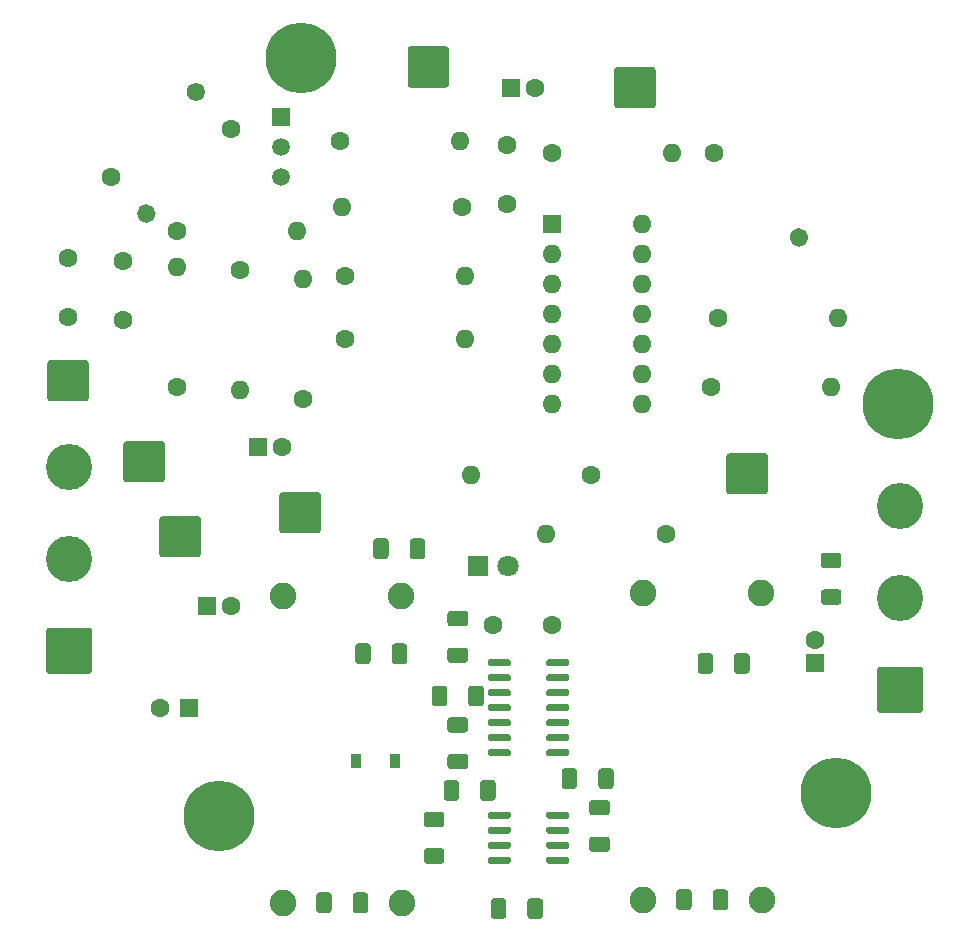
<source format=gbs>
%TF.GenerationSoftware,KiCad,Pcbnew,(5.1.12)-1*%
%TF.CreationDate,2022-05-06T09:07:05-07:00*%
%TF.ProjectId,HarmonicTremolo_V01,4861726d-6f6e-4696-9354-72656d6f6c6f,rev?*%
%TF.SameCoordinates,Original*%
%TF.FileFunction,Soldermask,Bot*%
%TF.FilePolarity,Negative*%
%FSLAX46Y46*%
G04 Gerber Fmt 4.6, Leading zero omitted, Abs format (unit mm)*
G04 Created by KiCad (PCBNEW (5.1.12)-1) date 2022-05-06 09:07:05*
%MOMM*%
%LPD*%
G01*
G04 APERTURE LIST*
%ADD10R,0.900000X1.200000*%
%ADD11C,1.600000*%
%ADD12R,1.600000X1.600000*%
%ADD13C,3.900000*%
%ADD14C,2.250000*%
%ADD15R,1.800000X1.800000*%
%ADD16C,1.800000*%
%ADD17C,1.500000*%
%ADD18R,1.500000X1.500000*%
%ADD19O,1.600000X1.600000*%
%ADD20C,6.000000*%
%ADD21C,3.400000*%
G04 APERTURE END LIST*
D10*
%TO.C,D1*%
X157350000Y-131500000D03*
X160650000Y-131500000D03*
%TD*%
%TO.C,R17*%
G36*
G01*
X196986999Y-116978000D02*
X198237001Y-116978000D01*
G75*
G02*
X198487000Y-117227999I0J-249999D01*
G01*
X198487000Y-118028001D01*
G75*
G02*
X198237001Y-118278000I-249999J0D01*
G01*
X196986999Y-118278000D01*
G75*
G02*
X196737000Y-118028001I0J249999D01*
G01*
X196737000Y-117227999D01*
G75*
G02*
X196986999Y-116978000I249999J0D01*
G01*
G37*
G36*
G01*
X196986999Y-113878000D02*
X198237001Y-113878000D01*
G75*
G02*
X198487000Y-114127999I0J-249999D01*
G01*
X198487000Y-114928001D01*
G75*
G02*
X198237001Y-115178000I-249999J0D01*
G01*
X196986999Y-115178000D01*
G75*
G02*
X196737000Y-114928001I0J249999D01*
G01*
X196737000Y-114127999D01*
G75*
G02*
X196986999Y-113878000I249999J0D01*
G01*
G37*
%TD*%
D11*
%TO.C,C2*%
X170180000Y-84328000D03*
X170180000Y-79328000D03*
%TD*%
%TO.C,C8*%
X137668000Y-89154000D03*
X137668000Y-94154000D03*
%TD*%
%TO.C,C5*%
X140756000Y-127000000D03*
D12*
X143256000Y-127000000D03*
%TD*%
D13*
%TO.C,Intensity1*%
X203454000Y-109876000D03*
X203454000Y-117676000D03*
G36*
G01*
X205153999Y-127426000D02*
X201754001Y-127426000D01*
G75*
G02*
X201504000Y-127175999I0J250001D01*
G01*
X201504000Y-123776001D01*
G75*
G02*
X201754001Y-123526000I250001J0D01*
G01*
X205153999Y-123526000D01*
G75*
G02*
X205404000Y-123776001I0J-250001D01*
G01*
X205404000Y-127175999D01*
G75*
G02*
X205153999Y-127426000I-250001J0D01*
G01*
G37*
%TD*%
%TO.C,Rate1*%
X133096000Y-106574000D03*
X133096000Y-114374000D03*
G36*
G01*
X134795999Y-124124000D02*
X131396001Y-124124000D01*
G75*
G02*
X131146000Y-123873999I0J250001D01*
G01*
X131146000Y-120474001D01*
G75*
G02*
X131396001Y-120224000I250001J0D01*
G01*
X134795999Y-120224000D01*
G75*
G02*
X135046000Y-120474001I0J-250001D01*
G01*
X135046000Y-123873999D01*
G75*
G02*
X134795999Y-124124000I-250001J0D01*
G01*
G37*
%TD*%
D14*
%TO.C,U4*%
X191690000Y-117302000D03*
X181690000Y-117302000D03*
X191770000Y-143302000D03*
X181690000Y-143302000D03*
%TD*%
%TO.C,U5*%
X161210000Y-117556000D03*
X151210000Y-117556000D03*
X161290000Y-143556000D03*
X151210000Y-143556000D03*
%TD*%
D11*
%TO.C,C1*%
X133000000Y-93900000D03*
X133000000Y-88900000D03*
%TD*%
%TO.C,C3*%
X172500000Y-74500000D03*
D12*
X170500000Y-74500000D03*
%TD*%
D11*
%TO.C,C4*%
X169000000Y-120000000D03*
X174000000Y-120000000D03*
%TD*%
D12*
%TO.C,C6*%
X144780000Y-118364000D03*
D11*
X146780000Y-118364000D03*
%TD*%
D12*
%TO.C,C7*%
X196250000Y-123250000D03*
D11*
X196250000Y-121250000D03*
%TD*%
D15*
%TO.C,D2*%
X167750000Y-115000000D03*
D16*
X170290000Y-115000000D03*
%TD*%
%TO.C,J1*%
G36*
G01*
X137696000Y-107671999D02*
X137696000Y-104672001D01*
G75*
G02*
X137946001Y-104422000I250001J0D01*
G01*
X140945999Y-104422000D01*
G75*
G02*
X141196000Y-104672001I0J-250001D01*
G01*
X141196000Y-107671999D01*
G75*
G02*
X140945999Y-107922000I-250001J0D01*
G01*
X137946001Y-107922000D01*
G75*
G02*
X137696000Y-107671999I0J250001D01*
G01*
G37*
%TD*%
%TO.C,J2*%
G36*
G01*
X150904000Y-111989999D02*
X150904000Y-108990001D01*
G75*
G02*
X151154001Y-108740000I250001J0D01*
G01*
X154153999Y-108740000D01*
G75*
G02*
X154404000Y-108990001I0J-250001D01*
G01*
X154404000Y-111989999D01*
G75*
G02*
X154153999Y-112240000I-250001J0D01*
G01*
X151154001Y-112240000D01*
G75*
G02*
X150904000Y-111989999I0J250001D01*
G01*
G37*
%TD*%
%TO.C,J3*%
G36*
G01*
X188750000Y-108687999D02*
X188750000Y-105688001D01*
G75*
G02*
X189000001Y-105438000I250001J0D01*
G01*
X191999999Y-105438000D01*
G75*
G02*
X192250000Y-105688001I0J-250001D01*
G01*
X192250000Y-108687999D01*
G75*
G02*
X191999999Y-108938000I-250001J0D01*
G01*
X189000001Y-108938000D01*
G75*
G02*
X188750000Y-108687999I0J250001D01*
G01*
G37*
%TD*%
%TO.C,J4*%
G36*
G01*
X140744000Y-114021999D02*
X140744000Y-111022001D01*
G75*
G02*
X140994001Y-110772000I250001J0D01*
G01*
X143993999Y-110772000D01*
G75*
G02*
X144244000Y-111022001I0J-250001D01*
G01*
X144244000Y-114021999D01*
G75*
G02*
X143993999Y-114272000I-250001J0D01*
G01*
X140994001Y-114272000D01*
G75*
G02*
X140744000Y-114021999I0J250001D01*
G01*
G37*
%TD*%
%TO.C,J5*%
G36*
G01*
X131250000Y-100813999D02*
X131250000Y-97814001D01*
G75*
G02*
X131500001Y-97564000I250001J0D01*
G01*
X134499999Y-97564000D01*
G75*
G02*
X134750000Y-97814001I0J-250001D01*
G01*
X134750000Y-100813999D01*
G75*
G02*
X134499999Y-101064000I-250001J0D01*
G01*
X131500001Y-101064000D01*
G75*
G02*
X131250000Y-100813999I0J250001D01*
G01*
G37*
%TD*%
%TO.C,J6*%
G36*
G01*
X179250000Y-75999999D02*
X179250000Y-73000001D01*
G75*
G02*
X179500001Y-72750000I250001J0D01*
G01*
X182499999Y-72750000D01*
G75*
G02*
X182750000Y-73000001I0J-250001D01*
G01*
X182750000Y-75999999D01*
G75*
G02*
X182499999Y-76250000I-250001J0D01*
G01*
X179500001Y-76250000D01*
G75*
G02*
X179250000Y-75999999I0J250001D01*
G01*
G37*
%TD*%
%TO.C,J7*%
G36*
G01*
X161750000Y-74249999D02*
X161750000Y-71250001D01*
G75*
G02*
X162000001Y-71000000I250001J0D01*
G01*
X164999999Y-71000000D01*
G75*
G02*
X165250000Y-71250001I0J-250001D01*
G01*
X165250000Y-74249999D01*
G75*
G02*
X164999999Y-74500000I-250001J0D01*
G01*
X162000001Y-74500000D01*
G75*
G02*
X161750000Y-74249999I0J250001D01*
G01*
G37*
%TD*%
D17*
%TO.C,Q1*%
X151000000Y-79540000D03*
X151000000Y-82080000D03*
D18*
X151000000Y-77000000D03*
%TD*%
D19*
%TO.C,R1*%
X152908000Y-90678000D03*
D11*
X152908000Y-100838000D03*
%TD*%
%TO.C,R2*%
G36*
G01*
X140193480Y-84596520D02*
X140193480Y-84596520D01*
G75*
G02*
X140193480Y-85727890I-565685J-565685D01*
G01*
X140193480Y-85727890D01*
G75*
G02*
X139062110Y-85727890I-565685J565685D01*
G01*
X139062110Y-85727890D01*
G75*
G02*
X139062110Y-84596520I565685J565685D01*
G01*
X139062110Y-84596520D01*
G75*
G02*
X140193480Y-84596520I565685J-565685D01*
G01*
G37*
X146812000Y-77978000D03*
%TD*%
%TO.C,R3*%
X147574000Y-89916000D03*
D19*
X147574000Y-100076000D03*
%TD*%
%TO.C,R4*%
X173482000Y-112268000D03*
D11*
X183642000Y-112268000D03*
%TD*%
%TO.C,R5*%
X173990000Y-80010000D03*
D19*
X184150000Y-80010000D03*
%TD*%
%TO.C,R6*%
X152400000Y-86614000D03*
D11*
X142240000Y-86614000D03*
%TD*%
D19*
%TO.C,R7*%
X142240000Y-89662000D03*
D11*
X142240000Y-99822000D03*
%TD*%
D19*
%TO.C,R8*%
X167090000Y-107250000D03*
D11*
X177250000Y-107250000D03*
%TD*%
%TO.C,R9*%
X187706000Y-80010000D03*
G36*
G01*
X194324520Y-86628520D02*
X194324520Y-86628520D01*
G75*
G02*
X195455890Y-86628520I565685J-565685D01*
G01*
X195455890Y-86628520D01*
G75*
G02*
X195455890Y-87759890I-565685J-565685D01*
G01*
X195455890Y-87759890D01*
G75*
G02*
X194324520Y-87759890I-565685J565685D01*
G01*
X194324520Y-87759890D01*
G75*
G02*
X194324520Y-86628520I565685J565685D01*
G01*
G37*
%TD*%
%TO.C,R10*%
X136652000Y-82042000D03*
G36*
G01*
X143270520Y-75423480D02*
X143270520Y-75423480D01*
G75*
G02*
X143270520Y-74292110I565685J565685D01*
G01*
X143270520Y-74292110D01*
G75*
G02*
X144401890Y-74292110I565685J-565685D01*
G01*
X144401890Y-74292110D01*
G75*
G02*
X144401890Y-75423480I-565685J-565685D01*
G01*
X144401890Y-75423480D01*
G75*
G02*
X143270520Y-75423480I-565685J565685D01*
G01*
G37*
%TD*%
D19*
%TO.C,R11*%
X166160000Y-79000000D03*
D11*
X156000000Y-79000000D03*
%TD*%
D19*
%TO.C,R12*%
X198160000Y-94000000D03*
D11*
X188000000Y-94000000D03*
%TD*%
%TO.C,R13*%
X166370000Y-84582000D03*
D19*
X156210000Y-84582000D03*
%TD*%
D11*
%TO.C,R14*%
X156464000Y-95758000D03*
D19*
X166624000Y-95758000D03*
%TD*%
D11*
%TO.C,R15*%
X187452000Y-99822000D03*
D19*
X197612000Y-99822000D03*
%TD*%
D11*
%TO.C,R16*%
X156464000Y-90424000D03*
D19*
X166624000Y-90424000D03*
%TD*%
%TO.C,R18*%
G36*
G01*
X165374999Y-121900000D02*
X166625001Y-121900000D01*
G75*
G02*
X166875000Y-122149999I0J-249999D01*
G01*
X166875000Y-122950001D01*
G75*
G02*
X166625001Y-123200000I-249999J0D01*
G01*
X165374999Y-123200000D01*
G75*
G02*
X165125000Y-122950001I0J249999D01*
G01*
X165125000Y-122149999D01*
G75*
G02*
X165374999Y-121900000I249999J0D01*
G01*
G37*
G36*
G01*
X165374999Y-118800000D02*
X166625001Y-118800000D01*
G75*
G02*
X166875000Y-119049999I0J-249999D01*
G01*
X166875000Y-119850001D01*
G75*
G02*
X166625001Y-120100000I-249999J0D01*
G01*
X165374999Y-120100000D01*
G75*
G02*
X165125000Y-119850001I0J249999D01*
G01*
X165125000Y-119049999D01*
G75*
G02*
X165374999Y-118800000I249999J0D01*
G01*
G37*
%TD*%
%TO.C,R19*%
G36*
G01*
X164800000Y-134625001D02*
X164800000Y-133374999D01*
G75*
G02*
X165049999Y-133125000I249999J0D01*
G01*
X165850001Y-133125000D01*
G75*
G02*
X166100000Y-133374999I0J-249999D01*
G01*
X166100000Y-134625001D01*
G75*
G02*
X165850001Y-134875000I-249999J0D01*
G01*
X165049999Y-134875000D01*
G75*
G02*
X164800000Y-134625001I0J249999D01*
G01*
G37*
G36*
G01*
X167900000Y-134625001D02*
X167900000Y-133374999D01*
G75*
G02*
X168149999Y-133125000I249999J0D01*
G01*
X168950001Y-133125000D01*
G75*
G02*
X169200000Y-133374999I0J-249999D01*
G01*
X169200000Y-134625001D01*
G75*
G02*
X168950001Y-134875000I-249999J0D01*
G01*
X168149999Y-134875000D01*
G75*
G02*
X167900000Y-134625001I0J249999D01*
G01*
G37*
%TD*%
%TO.C,R20*%
G36*
G01*
X178625001Y-136100000D02*
X177374999Y-136100000D01*
G75*
G02*
X177125000Y-135850001I0J249999D01*
G01*
X177125000Y-135049999D01*
G75*
G02*
X177374999Y-134800000I249999J0D01*
G01*
X178625001Y-134800000D01*
G75*
G02*
X178875000Y-135049999I0J-249999D01*
G01*
X178875000Y-135850001D01*
G75*
G02*
X178625001Y-136100000I-249999J0D01*
G01*
G37*
G36*
G01*
X178625001Y-139200000D02*
X177374999Y-139200000D01*
G75*
G02*
X177125000Y-138950001I0J249999D01*
G01*
X177125000Y-138149999D01*
G75*
G02*
X177374999Y-137900000I249999J0D01*
G01*
X178625001Y-137900000D01*
G75*
G02*
X178875000Y-138149999I0J-249999D01*
G01*
X178875000Y-138950001D01*
G75*
G02*
X178625001Y-139200000I-249999J0D01*
G01*
G37*
%TD*%
%TO.C,R21*%
G36*
G01*
X161712000Y-121802999D02*
X161712000Y-123053001D01*
G75*
G02*
X161462001Y-123303000I-249999J0D01*
G01*
X160661999Y-123303000D01*
G75*
G02*
X160412000Y-123053001I0J249999D01*
G01*
X160412000Y-121802999D01*
G75*
G02*
X160661999Y-121553000I249999J0D01*
G01*
X161462001Y-121553000D01*
G75*
G02*
X161712000Y-121802999I0J-249999D01*
G01*
G37*
G36*
G01*
X158612000Y-121802999D02*
X158612000Y-123053001D01*
G75*
G02*
X158362001Y-123303000I-249999J0D01*
G01*
X157561999Y-123303000D01*
G75*
G02*
X157312000Y-123053001I0J249999D01*
G01*
X157312000Y-121802999D01*
G75*
G02*
X157561999Y-121553000I249999J0D01*
G01*
X158362001Y-121553000D01*
G75*
G02*
X158612000Y-121802999I0J-249999D01*
G01*
G37*
%TD*%
%TO.C,R22*%
G36*
G01*
X190700000Y-122624999D02*
X190700000Y-123875001D01*
G75*
G02*
X190450001Y-124125000I-249999J0D01*
G01*
X189649999Y-124125000D01*
G75*
G02*
X189400000Y-123875001I0J249999D01*
G01*
X189400000Y-122624999D01*
G75*
G02*
X189649999Y-122375000I249999J0D01*
G01*
X190450001Y-122375000D01*
G75*
G02*
X190700000Y-122624999I0J-249999D01*
G01*
G37*
G36*
G01*
X187600000Y-122624999D02*
X187600000Y-123875001D01*
G75*
G02*
X187350001Y-124125000I-249999J0D01*
G01*
X186549999Y-124125000D01*
G75*
G02*
X186300000Y-123875001I0J249999D01*
G01*
X186300000Y-122624999D01*
G75*
G02*
X186549999Y-122375000I249999J0D01*
G01*
X187350001Y-122375000D01*
G75*
G02*
X187600000Y-122624999I0J-249999D01*
G01*
G37*
%TD*%
%TO.C,R23*%
G36*
G01*
X166625001Y-132200000D02*
X165374999Y-132200000D01*
G75*
G02*
X165125000Y-131950001I0J249999D01*
G01*
X165125000Y-131149999D01*
G75*
G02*
X165374999Y-130900000I249999J0D01*
G01*
X166625001Y-130900000D01*
G75*
G02*
X166875000Y-131149999I0J-249999D01*
G01*
X166875000Y-131950001D01*
G75*
G02*
X166625001Y-132200000I-249999J0D01*
G01*
G37*
G36*
G01*
X166625001Y-129100000D02*
X165374999Y-129100000D01*
G75*
G02*
X165125000Y-128850001I0J249999D01*
G01*
X165125000Y-128049999D01*
G75*
G02*
X165374999Y-127800000I249999J0D01*
G01*
X166625001Y-127800000D01*
G75*
G02*
X166875000Y-128049999I0J-249999D01*
G01*
X166875000Y-128850001D01*
G75*
G02*
X166625001Y-129100000I-249999J0D01*
G01*
G37*
%TD*%
%TO.C,R24*%
G36*
G01*
X168200000Y-125374999D02*
X168200000Y-126625001D01*
G75*
G02*
X167950001Y-126875000I-249999J0D01*
G01*
X167149999Y-126875000D01*
G75*
G02*
X166900000Y-126625001I0J249999D01*
G01*
X166900000Y-125374999D01*
G75*
G02*
X167149999Y-125125000I249999J0D01*
G01*
X167950001Y-125125000D01*
G75*
G02*
X168200000Y-125374999I0J-249999D01*
G01*
G37*
G36*
G01*
X165100000Y-125374999D02*
X165100000Y-126625001D01*
G75*
G02*
X164850001Y-126875000I-249999J0D01*
G01*
X164049999Y-126875000D01*
G75*
G02*
X163800000Y-126625001I0J249999D01*
G01*
X163800000Y-125374999D01*
G75*
G02*
X164049999Y-125125000I249999J0D01*
G01*
X164850001Y-125125000D01*
G75*
G02*
X165100000Y-125374999I0J-249999D01*
G01*
G37*
%TD*%
%TO.C,R25*%
G36*
G01*
X187590000Y-143881001D02*
X187590000Y-142630999D01*
G75*
G02*
X187839999Y-142381000I249999J0D01*
G01*
X188640001Y-142381000D01*
G75*
G02*
X188890000Y-142630999I0J-249999D01*
G01*
X188890000Y-143881001D01*
G75*
G02*
X188640001Y-144131000I-249999J0D01*
G01*
X187839999Y-144131000D01*
G75*
G02*
X187590000Y-143881001I0J249999D01*
G01*
G37*
G36*
G01*
X184490000Y-143881001D02*
X184490000Y-142630999D01*
G75*
G02*
X184739999Y-142381000I249999J0D01*
G01*
X185540001Y-142381000D01*
G75*
G02*
X185790000Y-142630999I0J-249999D01*
G01*
X185790000Y-143881001D01*
G75*
G02*
X185540001Y-144131000I-249999J0D01*
G01*
X184739999Y-144131000D01*
G75*
G02*
X184490000Y-143881001I0J249999D01*
G01*
G37*
%TD*%
%TO.C,R26*%
G36*
G01*
X164625001Y-140200000D02*
X163374999Y-140200000D01*
G75*
G02*
X163125000Y-139950001I0J249999D01*
G01*
X163125000Y-139149999D01*
G75*
G02*
X163374999Y-138900000I249999J0D01*
G01*
X164625001Y-138900000D01*
G75*
G02*
X164875000Y-139149999I0J-249999D01*
G01*
X164875000Y-139950001D01*
G75*
G02*
X164625001Y-140200000I-249999J0D01*
G01*
G37*
G36*
G01*
X164625001Y-137100000D02*
X163374999Y-137100000D01*
G75*
G02*
X163125000Y-136850001I0J249999D01*
G01*
X163125000Y-136049999D01*
G75*
G02*
X163374999Y-135800000I249999J0D01*
G01*
X164625001Y-135800000D01*
G75*
G02*
X164875000Y-136049999I0J-249999D01*
G01*
X164875000Y-136850001D01*
G75*
G02*
X164625001Y-137100000I-249999J0D01*
G01*
G37*
%TD*%
%TO.C,R27*%
G36*
G01*
X157110000Y-144135001D02*
X157110000Y-142884999D01*
G75*
G02*
X157359999Y-142635000I249999J0D01*
G01*
X158160001Y-142635000D01*
G75*
G02*
X158410000Y-142884999I0J-249999D01*
G01*
X158410000Y-144135001D01*
G75*
G02*
X158160001Y-144385000I-249999J0D01*
G01*
X157359999Y-144385000D01*
G75*
G02*
X157110000Y-144135001I0J249999D01*
G01*
G37*
G36*
G01*
X154010000Y-144135001D02*
X154010000Y-142884999D01*
G75*
G02*
X154259999Y-142635000I249999J0D01*
G01*
X155060001Y-142635000D01*
G75*
G02*
X155310000Y-142884999I0J-249999D01*
G01*
X155310000Y-144135001D01*
G75*
G02*
X155060001Y-144385000I-249999J0D01*
G01*
X154259999Y-144385000D01*
G75*
G02*
X154010000Y-144135001I0J249999D01*
G01*
G37*
%TD*%
%TO.C,R28*%
G36*
G01*
X176100000Y-132374999D02*
X176100000Y-133625001D01*
G75*
G02*
X175850001Y-133875000I-249999J0D01*
G01*
X175049999Y-133875000D01*
G75*
G02*
X174800000Y-133625001I0J249999D01*
G01*
X174800000Y-132374999D01*
G75*
G02*
X175049999Y-132125000I249999J0D01*
G01*
X175850001Y-132125000D01*
G75*
G02*
X176100000Y-132374999I0J-249999D01*
G01*
G37*
G36*
G01*
X179200000Y-132374999D02*
X179200000Y-133625001D01*
G75*
G02*
X178950001Y-133875000I-249999J0D01*
G01*
X178149999Y-133875000D01*
G75*
G02*
X177900000Y-133625001I0J249999D01*
G01*
X177900000Y-132374999D01*
G75*
G02*
X178149999Y-132125000I249999J0D01*
G01*
X178950001Y-132125000D01*
G75*
G02*
X179200000Y-132374999I0J-249999D01*
G01*
G37*
%TD*%
%TO.C,R29*%
G36*
G01*
X170100000Y-143374999D02*
X170100000Y-144625001D01*
G75*
G02*
X169850001Y-144875000I-249999J0D01*
G01*
X169049999Y-144875000D01*
G75*
G02*
X168800000Y-144625001I0J249999D01*
G01*
X168800000Y-143374999D01*
G75*
G02*
X169049999Y-143125000I249999J0D01*
G01*
X169850001Y-143125000D01*
G75*
G02*
X170100000Y-143374999I0J-249999D01*
G01*
G37*
G36*
G01*
X173200000Y-143374999D02*
X173200000Y-144625001D01*
G75*
G02*
X172950001Y-144875000I-249999J0D01*
G01*
X172149999Y-144875000D01*
G75*
G02*
X171900000Y-144625001I0J249999D01*
G01*
X171900000Y-143374999D01*
G75*
G02*
X172149999Y-143125000I249999J0D01*
G01*
X172950001Y-143125000D01*
G75*
G02*
X173200000Y-143374999I0J-249999D01*
G01*
G37*
%TD*%
%TO.C,R30*%
G36*
G01*
X163236000Y-112912999D02*
X163236000Y-114163001D01*
G75*
G02*
X162986001Y-114413000I-249999J0D01*
G01*
X162185999Y-114413000D01*
G75*
G02*
X161936000Y-114163001I0J249999D01*
G01*
X161936000Y-112912999D01*
G75*
G02*
X162185999Y-112663000I249999J0D01*
G01*
X162986001Y-112663000D01*
G75*
G02*
X163236000Y-112912999I0J-249999D01*
G01*
G37*
G36*
G01*
X160136000Y-112912999D02*
X160136000Y-114163001D01*
G75*
G02*
X159886001Y-114413000I-249999J0D01*
G01*
X159085999Y-114413000D01*
G75*
G02*
X158836000Y-114163001I0J249999D01*
G01*
X158836000Y-112912999D01*
G75*
G02*
X159085999Y-112663000I249999J0D01*
G01*
X159886001Y-112663000D01*
G75*
G02*
X160136000Y-112912999I0J-249999D01*
G01*
G37*
%TD*%
D12*
%TO.C,U1*%
X174000000Y-86000000D03*
D19*
X181620000Y-101240000D03*
X174000000Y-88540000D03*
X181620000Y-98700000D03*
X174000000Y-91080000D03*
X181620000Y-96160000D03*
X174000000Y-93620000D03*
X181620000Y-93620000D03*
X174000000Y-96160000D03*
X181620000Y-91080000D03*
X174000000Y-98700000D03*
X181620000Y-88540000D03*
X174000000Y-101240000D03*
X181620000Y-86000000D03*
%TD*%
%TO.C,U2*%
G36*
G01*
X168550000Y-130960000D02*
X168550000Y-130660000D01*
G75*
G02*
X168700000Y-130510000I150000J0D01*
G01*
X170350000Y-130510000D01*
G75*
G02*
X170500000Y-130660000I0J-150000D01*
G01*
X170500000Y-130960000D01*
G75*
G02*
X170350000Y-131110000I-150000J0D01*
G01*
X168700000Y-131110000D01*
G75*
G02*
X168550000Y-130960000I0J150000D01*
G01*
G37*
G36*
G01*
X168550000Y-129690000D02*
X168550000Y-129390000D01*
G75*
G02*
X168700000Y-129240000I150000J0D01*
G01*
X170350000Y-129240000D01*
G75*
G02*
X170500000Y-129390000I0J-150000D01*
G01*
X170500000Y-129690000D01*
G75*
G02*
X170350000Y-129840000I-150000J0D01*
G01*
X168700000Y-129840000D01*
G75*
G02*
X168550000Y-129690000I0J150000D01*
G01*
G37*
G36*
G01*
X168550000Y-128420000D02*
X168550000Y-128120000D01*
G75*
G02*
X168700000Y-127970000I150000J0D01*
G01*
X170350000Y-127970000D01*
G75*
G02*
X170500000Y-128120000I0J-150000D01*
G01*
X170500000Y-128420000D01*
G75*
G02*
X170350000Y-128570000I-150000J0D01*
G01*
X168700000Y-128570000D01*
G75*
G02*
X168550000Y-128420000I0J150000D01*
G01*
G37*
G36*
G01*
X168550000Y-127150000D02*
X168550000Y-126850000D01*
G75*
G02*
X168700000Y-126700000I150000J0D01*
G01*
X170350000Y-126700000D01*
G75*
G02*
X170500000Y-126850000I0J-150000D01*
G01*
X170500000Y-127150000D01*
G75*
G02*
X170350000Y-127300000I-150000J0D01*
G01*
X168700000Y-127300000D01*
G75*
G02*
X168550000Y-127150000I0J150000D01*
G01*
G37*
G36*
G01*
X168550000Y-125880000D02*
X168550000Y-125580000D01*
G75*
G02*
X168700000Y-125430000I150000J0D01*
G01*
X170350000Y-125430000D01*
G75*
G02*
X170500000Y-125580000I0J-150000D01*
G01*
X170500000Y-125880000D01*
G75*
G02*
X170350000Y-126030000I-150000J0D01*
G01*
X168700000Y-126030000D01*
G75*
G02*
X168550000Y-125880000I0J150000D01*
G01*
G37*
G36*
G01*
X168550000Y-124610000D02*
X168550000Y-124310000D01*
G75*
G02*
X168700000Y-124160000I150000J0D01*
G01*
X170350000Y-124160000D01*
G75*
G02*
X170500000Y-124310000I0J-150000D01*
G01*
X170500000Y-124610000D01*
G75*
G02*
X170350000Y-124760000I-150000J0D01*
G01*
X168700000Y-124760000D01*
G75*
G02*
X168550000Y-124610000I0J150000D01*
G01*
G37*
G36*
G01*
X168550000Y-123340000D02*
X168550000Y-123040000D01*
G75*
G02*
X168700000Y-122890000I150000J0D01*
G01*
X170350000Y-122890000D01*
G75*
G02*
X170500000Y-123040000I0J-150000D01*
G01*
X170500000Y-123340000D01*
G75*
G02*
X170350000Y-123490000I-150000J0D01*
G01*
X168700000Y-123490000D01*
G75*
G02*
X168550000Y-123340000I0J150000D01*
G01*
G37*
G36*
G01*
X173500000Y-123340000D02*
X173500000Y-123040000D01*
G75*
G02*
X173650000Y-122890000I150000J0D01*
G01*
X175300000Y-122890000D01*
G75*
G02*
X175450000Y-123040000I0J-150000D01*
G01*
X175450000Y-123340000D01*
G75*
G02*
X175300000Y-123490000I-150000J0D01*
G01*
X173650000Y-123490000D01*
G75*
G02*
X173500000Y-123340000I0J150000D01*
G01*
G37*
G36*
G01*
X173500000Y-124610000D02*
X173500000Y-124310000D01*
G75*
G02*
X173650000Y-124160000I150000J0D01*
G01*
X175300000Y-124160000D01*
G75*
G02*
X175450000Y-124310000I0J-150000D01*
G01*
X175450000Y-124610000D01*
G75*
G02*
X175300000Y-124760000I-150000J0D01*
G01*
X173650000Y-124760000D01*
G75*
G02*
X173500000Y-124610000I0J150000D01*
G01*
G37*
G36*
G01*
X173500000Y-125880000D02*
X173500000Y-125580000D01*
G75*
G02*
X173650000Y-125430000I150000J0D01*
G01*
X175300000Y-125430000D01*
G75*
G02*
X175450000Y-125580000I0J-150000D01*
G01*
X175450000Y-125880000D01*
G75*
G02*
X175300000Y-126030000I-150000J0D01*
G01*
X173650000Y-126030000D01*
G75*
G02*
X173500000Y-125880000I0J150000D01*
G01*
G37*
G36*
G01*
X173500000Y-127150000D02*
X173500000Y-126850000D01*
G75*
G02*
X173650000Y-126700000I150000J0D01*
G01*
X175300000Y-126700000D01*
G75*
G02*
X175450000Y-126850000I0J-150000D01*
G01*
X175450000Y-127150000D01*
G75*
G02*
X175300000Y-127300000I-150000J0D01*
G01*
X173650000Y-127300000D01*
G75*
G02*
X173500000Y-127150000I0J150000D01*
G01*
G37*
G36*
G01*
X173500000Y-128420000D02*
X173500000Y-128120000D01*
G75*
G02*
X173650000Y-127970000I150000J0D01*
G01*
X175300000Y-127970000D01*
G75*
G02*
X175450000Y-128120000I0J-150000D01*
G01*
X175450000Y-128420000D01*
G75*
G02*
X175300000Y-128570000I-150000J0D01*
G01*
X173650000Y-128570000D01*
G75*
G02*
X173500000Y-128420000I0J150000D01*
G01*
G37*
G36*
G01*
X173500000Y-129690000D02*
X173500000Y-129390000D01*
G75*
G02*
X173650000Y-129240000I150000J0D01*
G01*
X175300000Y-129240000D01*
G75*
G02*
X175450000Y-129390000I0J-150000D01*
G01*
X175450000Y-129690000D01*
G75*
G02*
X175300000Y-129840000I-150000J0D01*
G01*
X173650000Y-129840000D01*
G75*
G02*
X173500000Y-129690000I0J150000D01*
G01*
G37*
G36*
G01*
X173500000Y-130960000D02*
X173500000Y-130660000D01*
G75*
G02*
X173650000Y-130510000I150000J0D01*
G01*
X175300000Y-130510000D01*
G75*
G02*
X175450000Y-130660000I0J-150000D01*
G01*
X175450000Y-130960000D01*
G75*
G02*
X175300000Y-131110000I-150000J0D01*
G01*
X173650000Y-131110000D01*
G75*
G02*
X173500000Y-130960000I0J150000D01*
G01*
G37*
%TD*%
%TO.C,U3*%
G36*
G01*
X175450000Y-135945000D02*
X175450000Y-136245000D01*
G75*
G02*
X175300000Y-136395000I-150000J0D01*
G01*
X173650000Y-136395000D01*
G75*
G02*
X173500000Y-136245000I0J150000D01*
G01*
X173500000Y-135945000D01*
G75*
G02*
X173650000Y-135795000I150000J0D01*
G01*
X175300000Y-135795000D01*
G75*
G02*
X175450000Y-135945000I0J-150000D01*
G01*
G37*
G36*
G01*
X175450000Y-137215000D02*
X175450000Y-137515000D01*
G75*
G02*
X175300000Y-137665000I-150000J0D01*
G01*
X173650000Y-137665000D01*
G75*
G02*
X173500000Y-137515000I0J150000D01*
G01*
X173500000Y-137215000D01*
G75*
G02*
X173650000Y-137065000I150000J0D01*
G01*
X175300000Y-137065000D01*
G75*
G02*
X175450000Y-137215000I0J-150000D01*
G01*
G37*
G36*
G01*
X175450000Y-138485000D02*
X175450000Y-138785000D01*
G75*
G02*
X175300000Y-138935000I-150000J0D01*
G01*
X173650000Y-138935000D01*
G75*
G02*
X173500000Y-138785000I0J150000D01*
G01*
X173500000Y-138485000D01*
G75*
G02*
X173650000Y-138335000I150000J0D01*
G01*
X175300000Y-138335000D01*
G75*
G02*
X175450000Y-138485000I0J-150000D01*
G01*
G37*
G36*
G01*
X175450000Y-139755000D02*
X175450000Y-140055000D01*
G75*
G02*
X175300000Y-140205000I-150000J0D01*
G01*
X173650000Y-140205000D01*
G75*
G02*
X173500000Y-140055000I0J150000D01*
G01*
X173500000Y-139755000D01*
G75*
G02*
X173650000Y-139605000I150000J0D01*
G01*
X175300000Y-139605000D01*
G75*
G02*
X175450000Y-139755000I0J-150000D01*
G01*
G37*
G36*
G01*
X170500000Y-139755000D02*
X170500000Y-140055000D01*
G75*
G02*
X170350000Y-140205000I-150000J0D01*
G01*
X168700000Y-140205000D01*
G75*
G02*
X168550000Y-140055000I0J150000D01*
G01*
X168550000Y-139755000D01*
G75*
G02*
X168700000Y-139605000I150000J0D01*
G01*
X170350000Y-139605000D01*
G75*
G02*
X170500000Y-139755000I0J-150000D01*
G01*
G37*
G36*
G01*
X170500000Y-138485000D02*
X170500000Y-138785000D01*
G75*
G02*
X170350000Y-138935000I-150000J0D01*
G01*
X168700000Y-138935000D01*
G75*
G02*
X168550000Y-138785000I0J150000D01*
G01*
X168550000Y-138485000D01*
G75*
G02*
X168700000Y-138335000I150000J0D01*
G01*
X170350000Y-138335000D01*
G75*
G02*
X170500000Y-138485000I0J-150000D01*
G01*
G37*
G36*
G01*
X170500000Y-137215000D02*
X170500000Y-137515000D01*
G75*
G02*
X170350000Y-137665000I-150000J0D01*
G01*
X168700000Y-137665000D01*
G75*
G02*
X168550000Y-137515000I0J150000D01*
G01*
X168550000Y-137215000D01*
G75*
G02*
X168700000Y-137065000I150000J0D01*
G01*
X170350000Y-137065000D01*
G75*
G02*
X170500000Y-137215000I0J-150000D01*
G01*
G37*
G36*
G01*
X170500000Y-135945000D02*
X170500000Y-136245000D01*
G75*
G02*
X170350000Y-136395000I-150000J0D01*
G01*
X168700000Y-136395000D01*
G75*
G02*
X168550000Y-136245000I0J150000D01*
G01*
X168550000Y-135945000D01*
G75*
G02*
X168700000Y-135795000I150000J0D01*
G01*
X170350000Y-135795000D01*
G75*
G02*
X170500000Y-135945000I0J-150000D01*
G01*
G37*
%TD*%
D20*
%TO.C,H1*%
X203250000Y-101250000D03*
D21*
X203250000Y-101250000D03*
%TD*%
%TO.C,H2*%
X152750000Y-72000000D03*
D20*
X152750000Y-72000000D03*
%TD*%
D21*
%TO.C,H3*%
X145796000Y-136144000D03*
D20*
X145796000Y-136144000D03*
%TD*%
D12*
%TO.C,C9*%
X149098000Y-104902000D03*
D11*
X151098000Y-104902000D03*
%TD*%
D21*
%TO.C,H4*%
X198000000Y-134250000D03*
D20*
X198000000Y-134250000D03*
%TD*%
M02*

</source>
